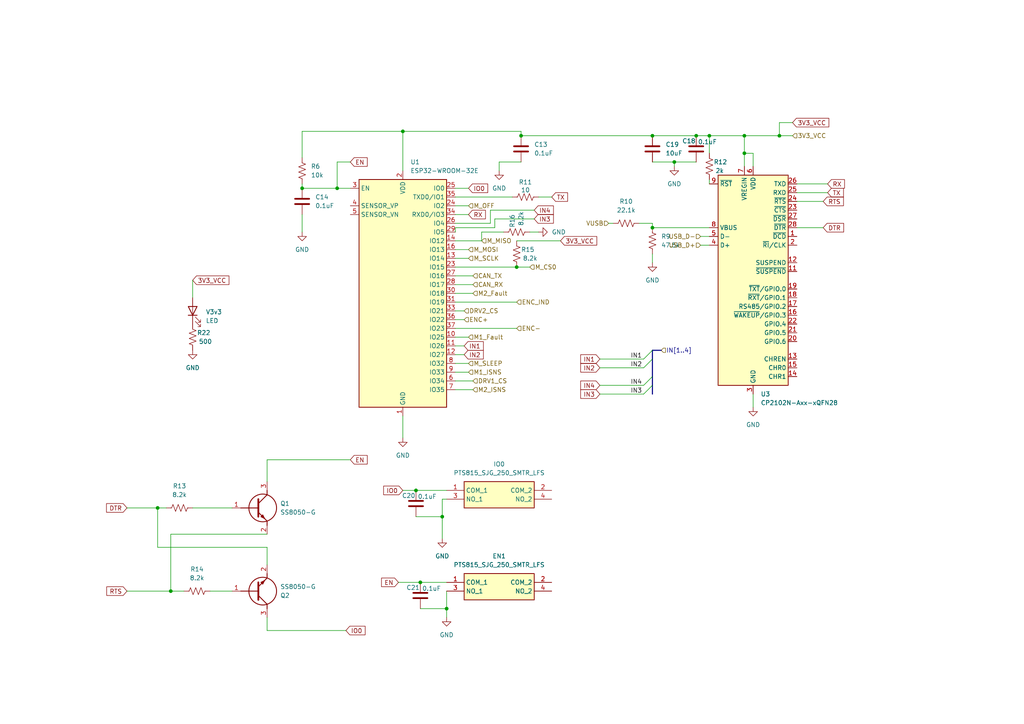
<source format=kicad_sch>
(kicad_sch (version 20231120) (generator "eeschema") (generator_version "8.0")
  (paper "A4")
  (lib_symbols
    (symbol "Device:C" (pin_numbers hide) (pin_names (offset 0.254))
      (property "Reference" "C" (at 0.635 2.54 0))
      (property "Value" "C" (at 0.635 -2.54 0))
      (symbol "C_0_1"
        (polyline (pts (xy -2.032 -0.762) (xy 2.032 -0.762)) (stroke (width 0.508)))
        (polyline (pts (xy -2.032 0.762) (xy 2.032 0.762)) (stroke (width 0.508)))
      )
      (symbol "C_1_1"
        (pin passive line (at 0 3.81 270) (length 2.794) (name "~") (number "1"))
        (pin passive line (at 0 -3.81 90) (length 2.794) (name "~") (number "2"))
      )
    )
    (symbol "Device:LED" (pin_numbers hide) (pin_names (offset 1.016) hide)
      (property "Reference" "D" (at 0 2.54 0))
      (property "Value" "LED" (at 0 -2.54 0))
      (symbol "LED_0_1"
        (polyline (pts (xy -1.27 -1.27) (xy -1.27 1.27)) (stroke (width 0.254)))
        (polyline (pts (xy -1.27 0) (xy 1.27 0)))
        (polyline (pts (xy 1.27 -1.27) (xy 1.27 1.27) (xy -1.27 0) (xy 1.27 -1.27)) (stroke (width 0.254)))
        (polyline (pts (xy -3.048 -0.762) (xy -4.572 -2.286) (xy -3.81 -2.286) (xy -4.572 -2.286) (xy -4.572 -1.524)))
        (polyline (pts (xy -1.778 -0.762) (xy -3.302 -2.286) (xy -2.54 -2.286) (xy -3.302 -2.286) (xy -3.302 -1.524)))
      )
      (symbol "LED_1_1"
        (pin passive line (at -3.81 0 0) (length 2.54) (name "K") (number "1"))
        (pin passive line (at 3.81 0 180) (length 2.54) (name "A") (number "2"))
      )
    )
    (symbol "Device:R_US" (pin_numbers hide) (pin_names (offset 0))
      (property "Reference" "R" (at 2.54 0 90))
      (property "Value" "R_US" (at -2.54 0 90))
      (symbol "R_US_0_1"
        (polyline (pts (xy 0 -2.286) (xy 0 -2.54)))
        (polyline (pts (xy 0 2.286) (xy 0 2.54)))
        (polyline (pts (xy 0 -0.762) (xy 1.016 -1.143) (xy 0 -1.524) (xy -1.016 -1.905) (xy 0 -2.286)))
        (polyline (pts (xy 0 0.762) (xy 1.016 0.381) (xy 0 0) (xy -1.016 -0.381) (xy 0 -0.762)))
        (polyline (pts (xy 0 2.286) (xy 1.016 1.905) (xy 0 1.524) (xy -1.016 1.143) (xy 0 0.762)))
      )
      (symbol "R_US_1_1"
        (pin passive line (at 0 3.81 270) (length 1.27) (name "~") (number "1"))
        (pin passive line (at 0 -3.81 90) (length 1.27) (name "~") (number "2"))
      )
    )
    (symbol "Interface_USB:CP2102N-Axx-xQFN28"
      (property "Reference" "U" (at -8.89 31.75 0))
      (property "Value" "CP2102N-Axx-xQFN28" (at 12.7 31.75 0))
      (symbol "CP2102N-Axx-xQFN28_0_1"
        (rectangle (start -10.16 30.48) (end 10.16 -30.48) (stroke (width 0.254)) (fill (type background)))
      )
      (symbol "CP2102N-Axx-xQFN28_1_1"
        (pin input line (at 12.7 12.7 180) (length 2.54) (name "~{DCD}") (number "1"))
        (pin no_connect line (at -10.16 -27.94 0) (length 2.54) hide (name "NC") (number "10"))
        (pin output line (at 12.7 2.54 180) (length 2.54) (name "~{SUSPEND}") (number "11"))
        (pin output line (at 12.7 5.08 180) (length 2.54) (name "SUSPEND") (number "12"))
        (pin output line (at 12.7 -22.86 180) (length 2.54) (name "CHREN") (number "13"))
        (pin output line (at 12.7 -27.94 180) (length 2.54) (name "CHR1") (number "14"))
        (pin output line (at 12.7 -25.4 180) (length 2.54) (name "CHR0") (number "15"))
        (pin bidirectional line (at 12.7 -10.16 180) (length 2.54) (name "~{WAKEUP}/GPIO.3") (number "16"))
        (pin bidirectional line (at 12.7 -7.62 180) (length 2.54) (name "RS485/GPIO.2") (number "17"))
        (pin bidirectional line (at 12.7 -5.08 180) (length 2.54) (name "~{RXT}/GPIO.1") (number "18"))
        (pin bidirectional line (at 12.7 -2.54 180) (length 2.54) (name "~{TXT}/GPIO.0") (number "19"))
        (pin bidirectional line (at 12.7 10.16 180) (length 2.54) (name "~{RI}/CLK") (number "2"))
        (pin bidirectional line (at 12.7 -17.78 180) (length 2.54) (name "GPIO.6") (number "20"))
        (pin bidirectional line (at 12.7 -15.24 180) (length 2.54) (name "GPIO.5") (number "21"))
        (pin bidirectional line (at 12.7 -12.7 180) (length 2.54) (name "GPIO.4") (number "22"))
        (pin input line (at 12.7 20.32 180) (length 2.54) (name "~{CTS}") (number "23"))
        (pin output line (at 12.7 22.86 180) (length 2.54) (name "~{RTS}") (number "24"))
        (pin input line (at 12.7 25.4 180) (length 2.54) (name "RXD") (number "25"))
        (pin output line (at 12.7 27.94 180) (length 2.54) (name "TXD") (number "26"))
        (pin input line (at 12.7 17.78 180) (length 2.54) (name "~{DSR}") (number "27"))
        (pin output line (at 12.7 15.24 180) (length 2.54) (name "~{DTR}") (number "28"))
        (pin passive line (at 0 -33.02 90) (length 2.54) hide (name "GND") (number "29"))
        (pin power_in line (at 0 -33.02 90) (length 2.54) (name "GND") (number "3"))
        (pin bidirectional line (at -12.7 10.16 0) (length 2.54) (name "D+") (number "4"))
        (pin bidirectional line (at -12.7 12.7 0) (length 2.54) (name "D-") (number "5"))
        (pin power_in line (at 0 33.02 270) (length 2.54) (name "VDD") (number "6"))
        (pin power_in line (at -2.54 33.02 270) (length 2.54) (name "VREGIN") (number "7"))
        (pin input line (at -12.7 15.24 0) (length 2.54) (name "VBUS") (number "8"))
        (pin input line (at -12.7 27.94 0) (length 2.54) (name "~{RST}") (number "9"))
      )
    )
    (symbol "RF_Module:ESP32-WROOM-32E"
      (property "Reference" "U" (at -12.7 34.29 0))
      (property "Value" "ESP32-WROOM-32E" (at 1.27 34.29 0))
      (symbol "ESP32-WROOM-32E_0_1"
        (rectangle (start -12.7 33.02) (end 12.7 -33.02) (stroke (width 0.254)) (fill (type background)))
      )
      (symbol "ESP32-WROOM-32E_1_1"
        (pin power_in line (at 0 -35.56 90) (length 2.54) (name "GND") (number "1"))
        (pin bidirectional line (at 15.24 -12.7 180) (length 2.54) (name "IO25") (number "10"))
        (pin bidirectional line (at 15.24 -15.24 180) (length 2.54) (name "IO26") (number "11"))
        (pin bidirectional line (at 15.24 -17.78 180) (length 2.54) (name "IO27") (number "12"))
        (pin bidirectional line (at 15.24 10.16 180) (length 2.54) (name "IO14") (number "13"))
        (pin bidirectional line (at 15.24 15.24 180) (length 2.54) (name "IO12") (number "14"))
        (pin passive line (at 0 -35.56 90) (length 2.54) hide (name "GND") (number "15"))
        (pin bidirectional line (at 15.24 12.7 180) (length 2.54) (name "IO13") (number "16"))
        (pin no_connect line (at -12.7 -5.08 0) (length 2.54) hide (name "NC") (number "17"))
        (pin no_connect line (at -12.7 -7.62 0) (length 2.54) hide (name "NC") (number "18"))
        (pin no_connect line (at -12.7 -12.7 0) (length 2.54) hide (name "NC") (number "19"))
        (pin power_in line (at 0 35.56 270) (length 2.54) (name "VDD") (number "2"))
        (pin no_connect line (at -12.7 -10.16 0) (length 2.54) hide (name "NC") (number "20"))
        (pin no_connect line (at -12.7 0 0) (length 2.54) hide (name "NC") (number "21"))
        (pin no_connect line (at -12.7 -2.54 0) (length 2.54) hide (name "NC") (number "22"))
        (pin bidirectional line (at 15.24 7.62 180) (length 2.54) (name "IO15") (number "23"))
        (pin bidirectional line (at 15.24 25.4 180) (length 2.54) (name "IO2") (number "24"))
        (pin bidirectional line (at 15.24 30.48 180) (length 2.54) (name "IO0") (number "25"))
        (pin bidirectional line (at 15.24 20.32 180) (length 2.54) (name "IO4") (number "26"))
        (pin bidirectional line (at 15.24 5.08 180) (length 2.54) (name "IO16") (number "27"))
        (pin bidirectional line (at 15.24 2.54 180) (length 2.54) (name "IO17") (number "28"))
        (pin bidirectional line (at 15.24 17.78 180) (length 2.54) (name "IO5") (number "29"))
        (pin input line (at -15.24 30.48 0) (length 2.54) (name "EN") (number "3"))
        (pin bidirectional line (at 15.24 0 180) (length 2.54) (name "IO18") (number "30"))
        (pin bidirectional line (at 15.24 -2.54 180) (length 2.54) (name "IO19") (number "31"))
        (pin no_connect line (at -12.7 -27.94 0) (length 2.54) hide (name "NC") (number "32"))
        (pin bidirectional line (at 15.24 -5.08 180) (length 2.54) (name "IO21") (number "33"))
        (pin bidirectional line (at 15.24 22.86 180) (length 2.54) (name "RXD0/IO3") (number "34"))
        (pin bidirectional line (at 15.24 27.94 180) (length 2.54) (name "TXD0/IO1") (number "35"))
        (pin bidirectional line (at 15.24 -7.62 180) (length 2.54) (name "IO22") (number "36"))
        (pin bidirectional line (at 15.24 -10.16 180) (length 2.54) (name "IO23") (number "37"))
        (pin passive line (at 0 -35.56 90) (length 2.54) hide (name "GND") (number "38"))
        (pin passive line (at 0 -35.56 90) (length 2.54) hide (name "GND") (number "39"))
        (pin input line (at -15.24 25.4 0) (length 2.54) (name "SENSOR_VP") (number "4"))
        (pin input line (at -15.24 22.86 0) (length 2.54) (name "SENSOR_VN") (number "5"))
        (pin input line (at 15.24 -25.4 180) (length 2.54) (name "IO34") (number "6"))
        (pin input line (at 15.24 -27.94 180) (length 2.54) (name "IO35") (number "7"))
        (pin bidirectional line (at 15.24 -20.32 180) (length 2.54) (name "IO32") (number "8"))
        (pin bidirectional line (at 15.24 -22.86 180) (length 2.54) (name "IO33") (number "9"))
      )
    )
    (symbol "SamacSys_Parts:PTS815_SJG_250_SMTR_LFS"
      (property "Reference" "S" (at 26.67 7.62 0))
      (property "Value" "PTS815_SJG_250_SMTR_LFS" (at 26.67 5.08 0))
      (symbol "PTS815_SJG_250_SMTR_LFS_1_1"
        (rectangle (start 5.08 2.54) (end 25.4 -5.08) (stroke (width 0.254)) (fill (type background)))
        (pin passive line (at 0 0 0) (length 5.08) (name "COM_1") (number "1"))
        (pin passive line (at 30.48 0 180) (length 5.08) (name "COM_2") (number "2"))
        (pin passive line (at 0 -2.54 0) (length 5.08) (name "NO_1") (number "3"))
        (pin passive line (at 30.48 -2.54 180) (length 5.08) (name "NO_2") (number "4"))
      )
    )
    (symbol "SamacSys_Parts:SS8050-G" (pin_names hide)
      (property "Reference" "Q" (at 13.97 1.27 0))
      (property "Value" "SS8050-G" (at 13.97 -1.27 0))
      (symbol "SS8050-G_1_1"
        (polyline (pts (xy 2.54 0) (xy 7.62 0)) (stroke (width 0.254)))
        (polyline (pts (xy 7.62 -1.27) (xy 10.16 -3.81)) (stroke (width 0.254)))
        (polyline (pts (xy 7.62 1.27) (xy 10.16 3.81)) (stroke (width 0.254)))
        (polyline (pts (xy 7.62 2.54) (xy 7.62 -2.54)) (stroke (width 0.508)))
        (polyline (pts (xy 10.16 -3.81) (xy 10.16 -5.08)) (stroke (width 0.254)))
        (polyline (pts (xy 10.16 3.81) (xy 10.16 5.08)) (stroke (width 0.254)))
        (polyline (pts (xy 8.382 -2.54) (xy 8.89 -2.032) (xy 9.398 -3.048) (xy 8.382 -2.54)) (stroke (width 0.254)) (fill (type outline)))
        (circle (center 8.89 0) (radius 4.016) (stroke (width 0.254)))
        (pin passive line (at 0 0 0) (length 2.54) (name "B") (number "1"))
        (pin passive line (at 10.16 -7.62 90) (length 2.54) (name "E") (number "2"))
        (pin passive line (at 10.16 7.62 270) (length 2.54) (name "C") (number "3"))
      )
    )
    (symbol "power:GND" (power) (pin_names (offset 0))
      (property "Value" "GND" (at 0 -3.81 0))
      (symbol "GND_0_1"
        (polyline (pts (xy 0 0) (xy 0 -1.27) (xy 1.27 -1.27) (xy 0 -2.54) (xy -1.27 -1.27) (xy 0 -1.27)))
      )
      (symbol "GND_1_1"
        (pin power_in line (at 0 0 270) (length 0) hide (name "GND") (number "1"))
      )
    )
  )
  (junction (at 116.84 38.1))
  (junction (at 129.54 176.53))
  (junction (at 87.63 54.61))
  (junction (at 215.9 39.37))
  (junction (at 128.27 149.86))
  (junction (at 149.86 77.47))
  (junction (at 151.13 39.37))
  (junction (at 45.72 147.32))
  (junction (at 121.92 168.91))
  (junction (at 201.93 39.37))
  (junction (at 189.23 66.04))
  (junction (at 49.53 171.45))
  (junction (at 215.9 44.45))
  (junction (at 226.06 39.37))
  (junction (at 205.74 39.37))
  (junction (at 120.65 142.24))
  (junction (at 97.79 54.61))
  (junction (at 189.23 39.37))
  (junction (at 195.58 46.99))
  (bus_entry (at 189.23 104.14) (size -2.54 2.54))
  (bus_entry (at 189.23 101.6) (size -2.54 2.54))
  (bus_entry (at 189.23 111.76) (size -2.54 2.54))
  (bus_entry (at 189.23 109.22) (size -2.54 2.54))
  (wire (pts (xy 132.08 95.25) (xy 149.86 95.25)))
  (bus (pts (xy 189.23 101.6) (xy 189.23 104.14)))
  (wire (pts (xy 176.53 64.77) (xy 177.8 64.77)))
  (wire (pts (xy 142.24 64.77) (xy 142.24 60.96)))
  (wire (pts (xy 77.47 139.7) (xy 77.47 133.35)))
  (wire (pts (xy 229.87 39.37) (xy 226.06 39.37)))
  (wire (pts (xy 120.65 149.86) (xy 128.27 149.86)))
  (wire (pts (xy 189.23 64.77) (xy 189.23 66.04)))
  (wire (pts (xy 132.08 87.63) (xy 149.86 87.63)))
  (wire (pts (xy 203.2 68.58) (xy 205.74 68.58)))
  (wire (pts (xy 132.08 107.95) (xy 135.89 107.95)))
  (wire (pts (xy 149.86 77.47) (xy 153.67 77.47)))
  (wire (pts (xy 231.14 53.34) (xy 240.03 53.34)))
  (wire (pts (xy 87.63 38.1) (xy 116.84 38.1)))
  (wire (pts (xy 132.08 92.71) (xy 134.62 92.71)))
  (bus (pts (xy 191.77 101.6) (xy 189.23 101.6)))
  (wire (pts (xy 49.53 171.45) (xy 53.34 171.45)))
  (wire (pts (xy 185.42 64.77) (xy 189.23 64.77)))
  (wire (pts (xy 153.67 67.31) (xy 156.21 67.31)))
  (wire (pts (xy 128.27 156.21) (xy 128.27 149.86)))
  (wire (pts (xy 189.23 73.66) (xy 189.23 76.2)))
  (wire (pts (xy 144.78 46.99) (xy 151.13 46.99)))
  (wire (pts (xy 132.08 100.33) (xy 134.62 100.33)))
  (wire (pts (xy 36.83 171.45) (xy 49.53 171.45)))
  (wire (pts (xy 121.92 176.53) (xy 129.54 176.53)))
  (wire (pts (xy 36.83 147.32) (xy 45.72 147.32)))
  (wire (pts (xy 215.9 39.37) (xy 205.74 39.37)))
  (wire (pts (xy 132.08 64.77) (xy 142.24 64.77)))
  (wire (pts (xy 143.51 63.5) (xy 143.51 66.04)))
  (wire (pts (xy 143.51 66.04) (xy 132.08 66.04)))
  (wire (pts (xy 205.74 52.07) (xy 205.74 53.34)))
  (wire (pts (xy 128.27 144.78) (xy 129.54 144.78)))
  (wire (pts (xy 218.44 44.45) (xy 215.9 44.45)))
  (wire (pts (xy 132.08 90.17) (xy 134.62 90.17)))
  (wire (pts (xy 77.47 154.94) (xy 49.53 154.94)))
  (wire (pts (xy 115.57 168.91) (xy 121.92 168.91)))
  (wire (pts (xy 156.21 57.15) (xy 160.02 57.15)))
  (wire (pts (xy 45.72 147.32) (xy 48.26 147.32)))
  (wire (pts (xy 129.54 171.45) (xy 129.54 176.53)))
  (wire (pts (xy 97.79 54.61) (xy 101.6 54.61)))
  (wire (pts (xy 231.14 55.88) (xy 240.03 55.88)))
  (wire (pts (xy 55.88 81.28) (xy 55.88 86.36)))
  (wire (pts (xy 151.13 39.37) (xy 151.13 38.1)))
  (wire (pts (xy 60.96 171.45) (xy 67.31 171.45)))
  (wire (pts (xy 77.47 158.75) (xy 45.72 158.75)))
  (wire (pts (xy 116.84 38.1) (xy 151.13 38.1)))
  (wire (pts (xy 132.08 66.04) (xy 132.08 67.31)))
  (wire (pts (xy 173.99 114.3) (xy 186.69 114.3)))
  (wire (pts (xy 101.6 46.99) (xy 97.79 46.99)))
  (wire (pts (xy 215.9 39.37) (xy 215.9 44.45)))
  (wire (pts (xy 121.92 168.91) (xy 129.54 168.91)))
  (wire (pts (xy 77.47 163.83) (xy 77.47 158.75)))
  (wire (pts (xy 189.23 66.04) (xy 205.74 66.04)))
  (wire (pts (xy 120.65 142.24) (xy 129.54 142.24)))
  (wire (pts (xy 226.06 39.37) (xy 226.06 35.56)))
  (wire (pts (xy 205.74 39.37) (xy 205.74 44.45)))
  (wire (pts (xy 116.84 38.1) (xy 116.84 49.53)))
  (wire (pts (xy 189.23 39.37) (xy 151.13 39.37)))
  (wire (pts (xy 135.89 105.41) (xy 132.08 105.41)))
  (wire (pts (xy 55.88 147.32) (xy 67.31 147.32)))
  (wire (pts (xy 154.94 63.5) (xy 143.51 63.5)))
  (wire (pts (xy 49.53 154.94) (xy 49.53 171.45)))
  (bus (pts (xy 189.23 111.76) (xy 189.23 114.3)))
  (wire (pts (xy 189.23 39.37) (xy 201.93 39.37)))
  (bus (pts (xy 189.23 109.22) (xy 189.23 111.76)))
  (bus (pts (xy 189.23 104.14) (xy 189.23 109.22)))
  (wire (pts (xy 132.08 72.39) (xy 135.89 72.39)))
  (wire (pts (xy 132.08 80.01) (xy 137.16 80.01)))
  (wire (pts (xy 132.08 97.79) (xy 135.89 97.79)))
  (wire (pts (xy 116.84 142.24) (xy 120.65 142.24)))
  (wire (pts (xy 45.72 158.75) (xy 45.72 147.32)))
  (wire (pts (xy 142.24 60.96) (xy 154.94 60.96)))
  (wire (pts (xy 132.08 102.87) (xy 134.62 102.87)))
  (wire (pts (xy 132.08 62.23) (xy 135.89 62.23)))
  (wire (pts (xy 132.08 85.09) (xy 137.16 85.09)))
  (wire (pts (xy 128.27 149.86) (xy 128.27 144.78)))
  (wire (pts (xy 226.06 39.37) (xy 215.9 39.37)))
  (wire (pts (xy 132.08 74.93) (xy 135.89 74.93)))
  (wire (pts (xy 132.08 57.15) (xy 148.59 57.15)))
  (wire (pts (xy 132.08 113.03) (xy 137.16 113.03)))
  (wire (pts (xy 215.9 44.45) (xy 215.9 48.26)))
  (wire (pts (xy 231.14 66.04) (xy 238.76 66.04)))
  (wire (pts (xy 116.84 120.65) (xy 116.84 127)))
  (wire (pts (xy 132.08 59.69) (xy 135.89 59.69)))
  (wire (pts (xy 87.63 54.61) (xy 97.79 54.61)))
  (wire (pts (xy 218.44 48.26) (xy 218.44 44.45)))
  (wire (pts (xy 144.78 46.99) (xy 144.78 49.53)))
  (wire (pts (xy 132.08 69.85) (xy 139.7 69.85)))
  (wire (pts (xy 195.58 46.99) (xy 201.93 46.99)))
  (wire (pts (xy 189.23 46.99) (xy 195.58 46.99)))
  (wire (pts (xy 129.54 176.53) (xy 129.54 179.07)))
  (wire (pts (xy 77.47 182.88) (xy 100.33 182.88)))
  (wire (pts (xy 149.86 69.85) (xy 162.56 69.85)))
  (wire (pts (xy 231.14 58.42) (xy 238.76 58.42)))
  (wire (pts (xy 173.99 104.14) (xy 186.69 104.14)))
  (wire (pts (xy 205.74 39.37) (xy 201.93 39.37)))
  (wire (pts (xy 97.79 46.99) (xy 97.79 54.61)))
  (wire (pts (xy 132.08 110.49) (xy 137.16 110.49)))
  (wire (pts (xy 203.2 71.12) (xy 205.74 71.12)))
  (wire (pts (xy 226.06 35.56) (xy 229.87 35.56)))
  (wire (pts (xy 77.47 133.35) (xy 101.6 133.35)))
  (wire (pts (xy 139.7 69.85) (xy 139.7 67.31)))
  (wire (pts (xy 139.7 67.31) (xy 146.05 67.31)))
  (wire (pts (xy 173.99 111.76) (xy 186.69 111.76)))
  (wire (pts (xy 132.08 54.61) (xy 135.89 54.61)))
  (wire (pts (xy 132.08 77.47) (xy 149.86 77.47)))
  (wire (pts (xy 195.58 46.99) (xy 195.58 48.26)))
  (wire (pts (xy 173.99 106.68) (xy 186.69 106.68)))
  (wire (pts (xy 87.63 45.72) (xy 87.63 38.1)))
  (wire (pts (xy 77.47 179.07) (xy 77.47 182.88)))
  (wire (pts (xy 87.63 62.23) (xy 87.63 67.31)))
  (wire (pts (xy 87.63 53.34) (xy 87.63 54.61)))
  (wire (pts (xy 132.08 82.55) (xy 137.16 82.55)))
  (wire (pts (xy 218.44 114.3) (xy 218.44 118.11)))
  (label "IN2" (at 182.88 106.68 0))
  (label "IN4" (at 182.88 111.76 0))
  (label "IN3" (at 182.88 114.3 0))
  (label "IN1" (at 182.88 104.14 0))
  (global_label "IO0" (shape input) (at 135.89 54.61 0) (property "Intersheetrefs" "${INTERSHEET_REFS}" (effects (hide yes))))
  (global_label "IN3" (shape input) (at 154.94 63.5 0) (property "Intersheetrefs" "${INTERSHEET_REFS}" (effects (hide yes))))
  (global_label "IN2" (shape input) (at 134.62 102.87 0) (property "Intersheetrefs" "${INTERSHEET_REFS}" (effects (hide yes))))
  (global_label "DTR" (shape input) (at 238.76 66.04 0) (property "Intersheetrefs" "${INTERSHEET_REFS}" (effects (hide yes))))
  (global_label "RTS" (shape input) (at 238.76 58.42 0) (property "Intersheetrefs" "${INTERSHEET_REFS}" (effects (hide yes))))
  (global_label "EN" (shape input) (at 101.6 46.99 0) (property "Intersheetrefs" "${INTERSHEET_REFS}" (effects (hide yes))))
  (global_label "IN1" (shape input) (at 134.62 100.33 0) (property "Intersheetrefs" "${INTERSHEET_REFS}" (effects (hide yes))))
  (global_label "EN" (shape input) (at 101.6 133.35 0) (property "Intersheetrefs" "${INTERSHEET_REFS}" (effects (hide yes))))
  (global_label "3V3_VCC" (shape input) (at 229.87 35.56 0) (property "Intersheetrefs" "${INTERSHEET_REFS}" (effects (hide yes))))
  (global_label "RTS" (shape input) (at 36.83 171.45 180) (property "Intersheetrefs" "${INTERSHEET_REFS}" (effects (hide yes))))
  (global_label "3V3_VCC" (shape input) (at 55.88 81.28 0) (property "Intersheetrefs" "${INTERSHEET_REFS}" (effects (hide yes))))
  (global_label "IN4" (shape input) (at 154.94 60.96 0) (property "Intersheetrefs" "${INTERSHEET_REFS}" (effects (hide yes))))
  (global_label "IO0" (shape input) (at 116.84 142.24 180) (property "Intersheetrefs" "${INTERSHEET_REFS}" (effects (hide yes))))
  (global_label "IO0" (shape input) (at 100.33 182.88 0) (property "Intersheetrefs" "${INTERSHEET_REFS}" (effects (hide yes))))
  (global_label "3V3_VCC" (shape input) (at 162.56 69.85 0) (property "Intersheetrefs" "${INTERSHEET_REFS}" (effects (hide yes))))
  (global_label "IN2" (shape input) (at 173.99 106.68 180) (property "Intersheetrefs" "${INTERSHEET_REFS}" (effects (hide yes))))
  (global_label "EN" (shape input) (at 115.57 168.91 180) (property "Intersheetrefs" "${INTERSHEET_REFS}" (effects (hide yes))))
  (global_label "RX" (shape input) (at 240.03 53.34 0) (property "Intersheetrefs" "${INTERSHEET_REFS}" (effects (hide yes))))
  (global_label "RX" (shape input) (at 135.89 62.23 0) (property "Intersheetrefs" "${INTERSHEET_REFS}" (effects (hide yes))))
  (global_label "DTR" (shape input) (at 36.83 147.32 180) (property "Intersheetrefs" "${INTERSHEET_REFS}" (effects (hide yes))))
  (global_label "IN3" (shape input) (at 173.99 114.3 180) (property "Intersheetrefs" "${INTERSHEET_REFS}" (effects (hide yes))))
  (global_label "IN1" (shape input) (at 173.99 104.14 180) (property "Intersheetrefs" "${INTERSHEET_REFS}" (effects (hide yes))))
  (global_label "TX" (shape input) (at 160.02 57.15 0) (property "Intersheetrefs" "${INTERSHEET_REFS}" (effects (hide yes))))
  (global_label "IN4" (shape input) (at 173.99 111.76 180) (property "Intersheetrefs" "${INTERSHEET_REFS}" (effects (hide yes))))
  (global_label "TX" (shape input) (at 240.03 55.88 0) (property "Intersheetrefs" "${INTERSHEET_REFS}" (effects (hide yes))))
  (hierarchical_label "DRV1_CS" (shape input) (at 137.16 110.49 0))
  (hierarchical_label "DRV2_CS" (shape input) (at 134.62 90.17 0))
  (hierarchical_label "CAN_TX" (shape input) (at 137.16 80.01 0))
  (hierarchical_label "CAN_RX" (shape input) (at 137.16 82.55 0))
  (hierarchical_label "M_OFF" (shape input) (at 135.89 59.69 0))
  (hierarchical_label "M_CS0" (shape input) (at 153.67 77.47 0))
  (hierarchical_label "USB_D-" (shape input) (at 203.2 68.58 180))
  (hierarchical_label "M_SCLK" (shape input) (at 135.89 74.93 0))
  (hierarchical_label "M1_ISNS" (shape input) (at 135.89 107.95 0))
  (hierarchical_label "M2_ISNS" (shape input) (at 137.16 113.03 0))
  (hierarchical_label "M1_Fault" (shape input) (at 135.89 97.79 0))
  (hierarchical_label "ENC_IND" (shape input) (at 149.86 87.63 0))
  (hierarchical_label "USB_D+" (shape input) (at 203.2 71.12 180))
  (hierarchical_label "M_SLEEP" (shape input) (at 135.89 105.41 0))
  (hierarchical_label "IN[1..4]" (shape input) (at 191.77 101.6 0))
  (hierarchical_label "3V3_VCC" (shape input) (at 229.87 39.37 0))
  (hierarchical_label "ENC-" (shape input) (at 149.86 95.25 0))
  (hierarchical_label "VUSB" (shape input) (at 176.53 64.77 180))
  (hierarchical_label "ENC+" (shape input) (at 134.62 92.71 0))
  (hierarchical_label "M_MISO" (shape input) (at 139.7 69.85 0))
  (hierarchical_label "M_MOSI" (shape input) (at 135.89 72.39 0))
  (hierarchical_label "M2_Fault" (shape input) (at 137.16 85.09 0))
  (symbol (lib_id "power:GND") (at 156.21 67.31 90) (unit 1)
    (property "Reference" "#PWR026" (effects (hide yes)))
    (property "Value" "GND" (at 160.02 67.3099 90) (effects (justify right)))
  )
  (symbol (lib_id "Device:R_US") (at 149.86 73.66 180) (unit 1)
    (property "Reference" "R15" (at 151.13 72.39 0) (effects (justify right)))
    (property "Value" "8.2k" (at 151.638 74.93 0) (effects (justify right)))
    (property "Footprint" "Resistor_SMD:R_0603_1608Metric" (effects (hide yes)))
    (property "Description" "Resistor, US symbol" (effects (hide yes)))
    (property "LCSC" "C25981" (effects (hide yes)))
    (property "LCSC Part" "C25981" (effects (hide yes)))
    (property "LCSC Part Number" "C25981" (effects (hide yes)))
  )
  (symbol (lib_id "Device:R_US") (at 87.63 49.53 0) (unit 1)
    (property "Reference" "R6" (at 90.17 48.2599 0) (effects (justify left)))
    (property "Value" "10k" (at 90.17 50.7999 0) (effects (justify left)))
    (property "Footprint" "Resistor_SMD:R_0603_1608Metric" (effects (hide yes)))
    (property "Description" "Resistor, US symbol" (effects (hide yes)))
    (property "LCSC" "C469659" (effects (hide yes)))
    (property "LCSC Part" "C469659" (effects (hide yes)))
    (property "LCSC Part Number" "C469659" (effects (hide yes)))
  )
  (symbol (lib_id "power:GND") (at 195.58 48.26 0) (unit 1)
    (property "Reference" "#PWR024" (effects (hide yes)))
    (property "Value" "GND" (at 195.58 53.34 0))
  )
  (symbol (lib_id "Device:R_US") (at 205.74 48.26 180) (unit 1)
    (property "Reference" "R12" (at 207.01 46.99 0) (effects (justify right)))
    (property "Value" "2k" (at 207.518 49.53 0) (effects (justify right)))
    (property "Footprint" "Resistor_SMD:R_0603_1608Metric" (effects (hide yes)))
    (property "Description" "Resistor, US symbol" (effects (hide yes)))
    (property "LCSC" "C217936" (effects (hide yes)))
    (property "LCSC Part" "C217936" (effects (hide yes)))
    (property "LCSC Part Number" "C217936" (effects (hide yes)))
  )
  (symbol (lib_id "SamacSys_Parts:SS8050-G") (at 67.31 171.45 0) (mirror x) (unit 1)
    (property "Reference" "Q2" (at 81.28 172.7201 0) (effects (justify left)))
    (property "Value" "SS8050-G" (at 81.28 170.1801 0) (effects (justify left)))
    (property "Footprint" "SOT95P240X115-3N" (effects (hide yes)))
    (property "Datasheet" "https://datasheet.datasheetarchive.com/originals/distributors/DKDS-12/229454.pdf" (effects (hide yes)))
    (property "Description" "Bipolar Transistors - BJT NPN TRANSISTOR 1.5A 40V" (effects (hide yes)))
    (property "Height" "1.15" (effects (hide yes)))
    (property "Mouser Part Number" "750-SS8050-G" (effects (hide yes)))
    (property "Mouser Price/Stock" "https://www.mouser.co.uk/ProductDetail/Comchip-Technology/SS8050-G?qs=LLUE9lz1YbcHg%252BWLMAtcrQ%3D%3D" (effects (hide yes)))
    (property "Manufacturer_Name" "Comchip Technology" (effects (hide yes)))
    (property "Manufacturer_Part_Number" "SS8050-G" (effects (hide yes)))
    (property "LCSC" "C916392" (effects (hide yes)))
    (property "LCSC Part" "C916392" (effects (hide yes)))
    (property "LCSC Part Number" "C916392" (effects (hide yes)))
  )
  (symbol (lib_id "Device:C") (at 151.13 43.18 0) (unit 1)
    (property "Reference" "C13" (at 154.94 41.9099 0) (effects (justify left)))
    (property "Value" "0.1uF" (at 154.94 44.4499 0) (effects (justify left)))
    (property "Footprint" "Capacitor_SMD:C_0603_1608Metric" (effects (hide yes)))
    (property "Description" "Unpolarized capacitor" (effects (hide yes)))
    (property "LCSC" "C5186689" (effects (hide yes)))
    (property "LCSC Part Number" "C5186689" (effects (hide yes)))
    (property "LCSC Part" "C5186689" (effects (hide yes)))
  )
  (symbol (lib_id "power:GND") (at 189.23 76.2 0) (unit 1)
    (property "Reference" "#PWR023" (effects (hide yes)))
    (property "Value" "GND" (at 189.23 81.28 0))
  )
  (symbol (lib_id "Device:R_US") (at 181.61 64.77 270) (unit 1)
    (property "Reference" "R10" (at 181.61 58.42 90))
    (property "Value" "22.1k" (at 181.61 60.96 90))
    (property "Footprint" "Resistor_SMD:R_0603_1608Metric" (effects (hide yes)))
    (property "Description" "Resistor, US symbol" (effects (hide yes)))
    (property "LCSC" "C2989573" (effects (hide yes)))
    (property "LCSC Part" "C2989573" (effects (hide yes)))
    (property "LCSC Part Number" "C2989573" (effects (hide yes)))
  )
  (symbol (lib_id "Device:R_US") (at 189.23 69.85 0) (unit 1)
    (property "Reference" "R9" (at 191.77 68.5799 0) (effects (justify left)))
    (property "Value" "47.5k" (at 191.77 71.1199 0) (effects (justify left)))
    (property "Footprint" "Resistor_SMD:R_0603_1608Metric" (effects (hide yes)))
    (property "Description" "Resistor, US symbol" (effects (hide yes)))
    (property "LCSC" "C319608" (effects (hide yes)))
    (property "LCSC Part" "C319608" (effects (hide yes)))
    (property "LCSC Part Number" "C319608" (effects (hide yes)))
  )
  (symbol (lib_id "Device:C") (at 201.93 43.18 0) (unit 1)
    (property "Reference" "C18" (at 197.866 40.894 0) (effects (justify left)))
    (property "Value" "0.1uF" (at 202.438 41.148 0) (effects (justify left)))
    (property "Footprint" "Capacitor_SMD:C_0603_1608Metric" (effects (hide yes)))
    (property "Description" "Unpolarized capacitor" (effects (hide yes)))
    (property "LCSC" "C5186689" (effects (hide yes)))
    (property "LCSC Part Number" "C5186689" (effects (hide yes)))
    (property "LCSC Part" "C5186689" (effects (hide yes)))
  )
  (symbol (lib_id "Device:R_US") (at 52.07 147.32 90) (unit 1)
    (property "Reference" "R13" (at 52.07 140.97 90))
    (property "Value" "8.2k" (at 52.07 143.51 90))
    (property "Footprint" "Resistor_SMD:R_0603_1608Metric" (effects (hide yes)))
    (property "Description" "Resistor, US symbol" (effects (hide yes)))
    (property "LCSC" "C25981" (effects (hide yes)))
    (property "LCSC Part" "C25981" (effects (hide yes)))
    (property "LCSC Part Number" "C25981" (effects (hide yes)))
  )
  (symbol (lib_id "Device:C") (at 87.63 58.42 0) (unit 1)
    (property "Reference" "C14" (at 91.44 57.1499 0) (effects (justify left)))
    (property "Value" "0.1uF" (at 91.44 59.6899 0) (effects (justify left)))
    (property "Footprint" "Capacitor_SMD:C_0603_1608Metric" (effects (hide yes)))
    (property "Description" "Unpolarized capacitor" (effects (hide yes)))
    (property "LCSC" "C5186689" (effects (hide yes)))
    (property "LCSC Part Number" "C5186689" (effects (hide yes)))
    (property "LCSC Part" "C5186689" (effects (hide yes)))
  )
  (symbol (lib_id "Device:R_US") (at 152.4 57.15 270) (unit 1)
    (property "Reference" "R11" (at 152.4 52.832 90))
    (property "Value" "10" (at 152.4 55.118 90))
    (property "Footprint" "Resistor_SMD:R_0603_1608Metric" (effects (hide yes)))
    (property "Description" "Resistor, US symbol" (effects (hide yes)))
    (property "LCSC" "C177687" (effects (hide yes)))
    (property "LCSC Part" "C177687" (effects (hide yes)))
    (property "LCSC Part Number" "C177687" (effects (hide yes)))
  )
  (symbol (lib_id "Device:R_US") (at 55.88 97.79 180) (unit 1)
    (property "Reference" "R22" (at 57.15 96.52 0) (effects (justify right)))
    (property "Value" "500" (at 57.658 99.06 0) (effects (justify right)))
    (property "Footprint" "Resistor_SMD:R_0603_1608Metric" (effects (hide yes)))
    (property "Description" "Resistor, US symbol" (effects (hide yes)))
    (property "LCSC" "C2989147" (effects (hide yes)))
    (property "LCSC Part" "C2989147" (effects (hide yes)))
    (property "LCSC Part Number" "C2989147" (effects (hide yes)))
  )
  (symbol (lib_id "SamacSys_Parts:SS8050-G") (at 67.31 147.32 0) (unit 1)
    (property "Reference" "Q1" (at 81.28 146.0499 0) (effects (justify left)))
    (property "Value" "SS8050-G" (at 81.28 148.5899 0) (effects (justify left)))
    (property "Footprint" "SOT95P240X115-3N" (effects (hide yes)))
    (property "Datasheet" "https://datasheet.datasheetarchive.com/originals/distributors/DKDS-12/229454.pdf" (effects (hide yes)))
    (property "Description" "Bipolar Transistors - BJT NPN TRANSISTOR 1.5A 40V" (effects (hide yes)))
    (property "Height" "1.15" (effects (hide yes)))
    (property "Mouser Part Number" "750-SS8050-G" (effects (hide yes)))
    (property "Mouser Price/Stock" "https://www.mouser.co.uk/ProductDetail/Comchip-Technology/SS8050-G?qs=LLUE9lz1YbcHg%252BWLMAtcrQ%3D%3D" (effects (hide yes)))
    (property "Manufacturer_Name" "Comchip Technology" (effects (hide yes)))
    (property "Manufacturer_Part_Number" "SS8050-G" (effects (hide yes)))
    (property "LCSC" "C916392" (effects (hide yes)))
    (property "LCSC Part" "C916392" (effects (hide yes)))
    (property "LCSC Part Number" "C916392" (effects (hide yes)))
  )
  (symbol (lib_id "Device:C") (at 120.65 146.05 0) (unit 1)
    (property "Reference" "C20" (at 116.586 143.764 0) (effects (justify left)))
    (property "Value" "0.1uF" (at 121.158 144.018 0) (effects (justify left)))
    (property "Footprint" "Capacitor_SMD:C_0603_1608Metric" (effects (hide yes)))
    (property "Description" "Unpolarized capacitor" (effects (hide yes)))
    (property "LCSC" "C5186689" (effects (hide yes)))
    (property "LCSC Part Number" "C5186689" (effects (hide yes)))
    (property "LCSC Part" "C5186689" (effects (hide yes)))
  )
  (symbol (lib_id "RF_Module:ESP32-WROOM-32E") (at 116.84 85.09 0) (unit 1)
    (property "Reference" "U1" (at 119.0341 46.99 0) (effects (justify left)))
    (property "Value" "ESP32-WROOM-32E" (at 119.0341 49.53 0) (effects (justify left)))
    (property "Footprint" "RF_Module:ESP32-WROOM-32D" (effects (hide yes)))
    (property "Datasheet" "https://www.espressif.com/sites/default/files/documentation/esp32-wroom-32e_esp32-wroom-32ue_datasheet_en.pdf" (effects (hide yes)))
    (property "Description" "RF Module, ESP32-D0WD-V3 SoC, without PSRAM, Wi-Fi 802.11b/g/n, Bluetooth, BLE, 32-bit, 2.7-3.6V, onboard antenna, SMD" (effects (hide yes)))
    (property "LCSC" "C701341" (effects (hide yes)))
    (property "LCSC Part" "C701341" (effects (hide yes)))
    (property "LCSC Part Number" "C701341" (effects (hide yes)))
  )
  (symbol (lib_id "power:GND") (at 218.44 118.11 0) (unit 1)
    (property "Reference" "#PWR025" (effects (hide yes)))
    (property "Value" "GND" (at 218.44 123.19 0))
  )
  (symbol (lib_id "power:GND") (at 129.54 179.07 0) (unit 1)
    (property "Reference" "#PWR028" (effects (hide yes)))
    (property "Value" "GND" (at 129.54 184.15 0))
  )
  (symbol (lib_id "Interface_USB:CP2102N-Axx-xQFN28") (at 218.44 81.28 0) (unit 1)
    (property "Reference" "U3" (at 220.6341 114.3 0) (effects (justify left)))
    (property "Value" "CP2102N-Axx-xQFN28" (at 220.6341 116.84 0) (effects (justify left)))
    (property "Footprint" "Package_DFN_QFN:QFN-28-1EP_5x5mm_P0.5mm_EP3.35x3.35mm" (effects (hide yes)))
    (property "Datasheet" "https://www.silabs.com/documents/public/data-sheets/cp2102n-datasheet.pdf" (effects (hide yes)))
    (property "Description" "USB to UART master bridge, QFN-28" (effects (hide yes)))
    (property "LCSC" "C964632" (effects (hide yes)))
    (property "LCSC Part" "C964632" (effects (hide yes)))
    (property "LCSC Part Number" "C964632" (effects (hide yes)))
  )
  (symbol (lib_id "Device:C") (at 189.23 43.18 0) (unit 1)
    (property "Reference" "C19" (at 193.04 41.9099 0) (effects (justify left)))
    (property "Value" "10uF" (at 193.04 44.4499 0) (effects (justify left)))
    (property "Footprint" "Capacitor_SMD:C_0603_1608Metric" (effects (hide yes)))
    (property "Description" "Unpolarized capacitor" (effects (hide yes)))
    (property "LCSC" "C96446" (effects (hide yes)))
    (property "LCSC Part Number" "C96446" (effects (hide yes)))
    (property "LCSC Part" "C96446" (effects (hide yes)))
  )
  (symbol (lib_id "power:GND") (at 128.27 156.21 0) (unit 1)
    (property "Reference" "#PWR027" (effects (hide yes)))
    (property "Value" "GND" (at 128.27 161.29 0))
  )
  (symbol (lib_id "SamacSys_Parts:PTS815_SJG_250_SMTR_LFS") (at 129.54 168.91 0) (unit 1)
    (property "Reference" "EN1" (at 144.78 161.29 0))
    (property "Value" "PTS815_SJG_250_SMTR_LFS" (at 144.78 163.83 0))
    (property "Footprint" "SamacSys_Parts:PTS815SJM250SMTRLFS" (effects (hide yes)))
    (property "Datasheet" "https://componentsearchengine.com/Datasheets/1/PTS815 SJG 250 SMTR LFS.pdf" (effects (hide yes)))
    (property "Description" "Tactile Switches Tact Switch, 12 VDC, 50 mA, 4.2x3.2, 2.5mm H, 400gf, J leads" (effects (hide yes)))
    (property "Height" "2.7" (effects (hide yes)))
    (property "Mouser Part Number" "611-PTS815SJG250SMTR" (effects (hide yes)))
    (property "Mouser Price/Stock" "https://www.mouser.co.uk/ProductDetail/CK/PTS815-SJG-250-SMTR-LFS?qs=ahcBuItHZ3yjoEmU1Oppnw%3D%3D" (effects (hide yes)))
    (property "Manufacturer_Name" "C & K COMPONENTS" (effects (hide yes)))
    (property "Manufacturer_Part_Number" "PTS815 SJG 250 SMTR LFS" (effects (hide yes)))
    (property "LCSC" "C411883" (effects (hide yes)))
    (property "LCSC Part" "C411883" (effects (hide yes)))
    (property "LCSC Part Number" "C411883" (effects (hide yes)))
  )
  (symbol (lib_id "power:GND") (at 144.78 49.53 0) (unit 1)
    (property "Reference" "#PWR016" (effects (hide yes)))
    (property "Value" "GND" (at 144.78 54.61 0))
  )
  (symbol (lib_id "Device:R_US") (at 57.15 171.45 90) (unit 1)
    (property "Reference" "R14" (at 57.15 165.1 90))
    (property "Value" "8.2k" (at 57.15 167.64 90))
    (property "Footprint" "Resistor_SMD:R_0603_1608Metric" (effects (hide yes)))
    (property "Description" "Resistor, US symbol" (effects (hide yes)))
    (property "LCSC" "C25981" (effects (hide yes)))
    (property "LCSC Part" "C25981" (effects (hide yes)))
    (property "LCSC Part Number" "C25981" (effects (hide yes)))
  )
  (symbol (lib_id "SamacSys_Parts:PTS815_SJG_250_SMTR_LFS") (at 129.54 142.24 0) (unit 1)
    (property "Reference" "IO0" (at 144.78 134.62 0))
    (property "Value" "PTS815_SJG_250_SMTR_LFS" (at 144.78 137.16 0))
    (property "Footprint" "SamacSys_Parts:PTS815SJM250SMTRLFS" (effects (hide yes)))
    (property "Datasheet" "https://componentsearchengine.com/Datasheets/1/PTS815 SJG 250 SMTR LFS.pdf" (effects (hide yes)))
    (property "Description" "Tactile Switches Tact Switch, 12 VDC, 50 mA, 4.2x3.2, 2.5mm H, 400gf, J leads" (effects (hide yes)))
    (property "Height" "2.7" (effects (hide yes)))
    (property "Mouser Part Number" "611-PTS815SJG250SMTR" (effects (hide yes)))
    (property "Mouser Price/Stock" "https://www.mouser.co.uk/ProductDetail/CK/PTS815-SJG-250-SMTR-LFS?qs=ahcBuItHZ3yjoEmU1Oppnw%3D%3D" (effects (hide yes)))
    (property "Manufacturer_Name" "C & K COMPONENTS" (effects (hide yes)))
    (property "Manufacturer_Part_Number" "PTS815 SJG 250 SMTR LFS" (effects (hide yes)))
    (property "LCSC" "C411883" (effects (hide yes)))
    (property "LCSC Part" "C411883" (effects (hide yes)))
    (property "LCSC Part Number" "C411883" (effects (hide yes)))
  )
  (symbol (lib_id "Device:R_US") (at 149.86 67.31 270) (unit 1)
    (property "Reference" "R16" (at 148.59 66.04 0) (effects (justify right)))
    (property "Value" "8.2k" (at 151.13 65.532 0) (effects (justify right)))
    (property "Footprint" "Resistor_SMD:R_0603_1608Metric" (effects (hide yes)))
    (property "Description" "Resistor, US symbol" (effects (hide yes)))
    (property "LCSC" "C25981" (effects (hide yes)))
    (property "LCSC Part" "C25981" (effects (hide yes)))
    (property "LCSC Part Number" "C25981" (effects (hide yes)))
  )
  (symbol (lib_id "Device:LED") (at 55.88 90.17 90) (unit 1)
    (property "Reference" "V3v3" (at 59.69 90.4874 90) (effects (justify right)))
    (property "Value" "LED" (at 59.69 93.0274 90) (effects (justify right)))
    (property "Footprint" "LED_SMD:LED_0603_1608Metric" (effects (hide yes)))
    (property "Description" "Light emitting diode" (effects (hide yes)))
    (property "LCSC" "C965804" (effects (hide yes)))
    (property "LCSC Part" "C965804" (effects (hide yes)))
    (property "LCSC Part Number" "C965804" (effects (hide yes)))
  )
  (symbol (lib_id "Device:C") (at 121.92 172.72 0) (unit 1)
    (property "Reference" "C21" (at 117.856 170.434 0) (effects (justify left)))
    (property "Value" "0.1uF" (at 122.428 170.688 0) (effects (justify left)))
    (property "Footprint" "Capacitor_SMD:C_0603_1608Metric" (effects (hide yes)))
    (property "Description" "Unpolarized capacitor" (effects (hide yes)))
    (property "LCSC" "C5186689" (effects (hide yes)))
    (property "LCSC Part Number" "C5186689" (effects (hide yes)))
    (property "LCSC Part" "C5186689" (effects (hide yes)))
  )
  (symbol (lib_id "power:GND") (at 116.84 127 0) (unit 1)
    (property "Reference" "#PWR014" (effects (hide yes)))
    (property "Value" "GND" (at 116.84 132.08 0))
  )
  (symbol (lib_id "power:GND") (at 55.88 101.6 0) (unit 1)
    (property "Reference" "#PWR032" (effects (hide yes)))
    (property "Value" "GND" (at 55.88 106.68 0))
  )
  (symbol (lib_id "power:GND") (at 87.63 67.31 0) (unit 1)
    (property "Reference" "#PWR017" (effects (hide yes)))
    (property "Value" "GND" (at 87.63 72.39 0))
  )
)
</source>
